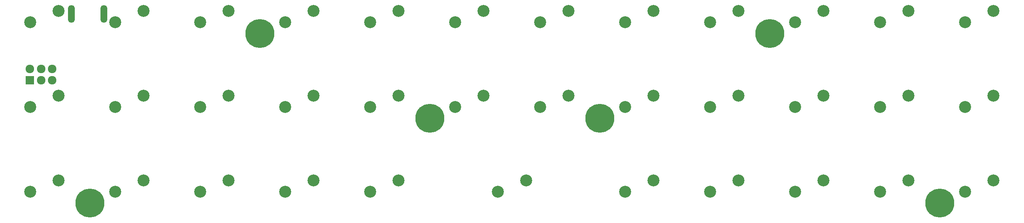
<source format=gts>
G04 #@! TF.FileFunction,Soldermask,Top*
%FSLAX46Y46*%
G04 Gerber Fmt 4.6, Leading zero omitted, Abs format (unit mm)*
G04 Created by KiCad (PCBNEW 4.0.4-stable) date 11/06/16 20:17:09*
%MOMM*%
%LPD*%
G01*
G04 APERTURE LIST*
%ADD10C,0.100000*%
%ADD11C,6.500000*%
%ADD12C,2.686000*%
%ADD13C,1.924000*%
%ADD14R,1.924000X1.924000*%
%ADD15O,1.500000X4.000000*%
G04 APERTURE END LIST*
D10*
D11*
X19050000Y0D03*
X-19050000Y0D03*
X95250000Y-19050000D03*
X-95250000Y-19050000D03*
X57150000Y19050000D03*
D12*
X-6985000Y5080000D03*
X-13335000Y2540000D03*
X31115000Y24130000D03*
X24765000Y21590000D03*
X2540000Y-13970000D03*
X-3810000Y-16510000D03*
X-83185000Y24130000D03*
X-89535000Y21590000D03*
D13*
X-103750000Y11120000D03*
X-106200000Y8580000D03*
X-106200000Y11120000D03*
D14*
X-108740000Y8580000D03*
D13*
X-108740000Y11120000D03*
X-103750000Y8580000D03*
D12*
X-102235000Y24130000D03*
X-108585000Y21590000D03*
X-64135000Y24130000D03*
X-70485000Y21590000D03*
X-45085000Y24130000D03*
X-51435000Y21590000D03*
X-26035000Y24130000D03*
X-32385000Y21590000D03*
X-6985000Y24130000D03*
X-13335000Y21590000D03*
X12065000Y24130000D03*
X5715000Y21590000D03*
X50165000Y24130000D03*
X43815000Y21590000D03*
X69215000Y24130000D03*
X62865000Y21590000D03*
X88265000Y24130000D03*
X81915000Y21590000D03*
X107315000Y24130000D03*
X100965000Y21590000D03*
X-102235000Y5080000D03*
X-108585000Y2540000D03*
X-83185000Y5080000D03*
X-89535000Y2540000D03*
X-64135000Y5080000D03*
X-70485000Y2540000D03*
X-45085000Y5080000D03*
X-51435000Y2540000D03*
X-26035000Y5080000D03*
X-32385000Y2540000D03*
X12065000Y5080000D03*
X5715000Y2540000D03*
X31115000Y5080000D03*
X24765000Y2540000D03*
X50165000Y5080000D03*
X43815000Y2540000D03*
X69215000Y5080000D03*
X62865000Y2540000D03*
X88265000Y5080000D03*
X81915000Y2540000D03*
X107315000Y5080000D03*
X100965000Y2540000D03*
X-102235000Y-13970000D03*
X-108585000Y-16510000D03*
X-83185000Y-13970000D03*
X-89535000Y-16510000D03*
X-64135000Y-13970000D03*
X-70485000Y-16510000D03*
X-45085000Y-13970000D03*
X-51435000Y-16510000D03*
X-26035000Y-13970000D03*
X-32385000Y-16510000D03*
X31115000Y-13970000D03*
X24765000Y-16510000D03*
X50165000Y-13970000D03*
X43815000Y-16510000D03*
X69215000Y-13970000D03*
X62865000Y-16510000D03*
X88265000Y-13970000D03*
X81915000Y-16510000D03*
X107315000Y-13970000D03*
X100965000Y-16510000D03*
D15*
X-92110000Y23490000D03*
X-99410000Y23490000D03*
D11*
X-57150000Y19050000D03*
M02*

</source>
